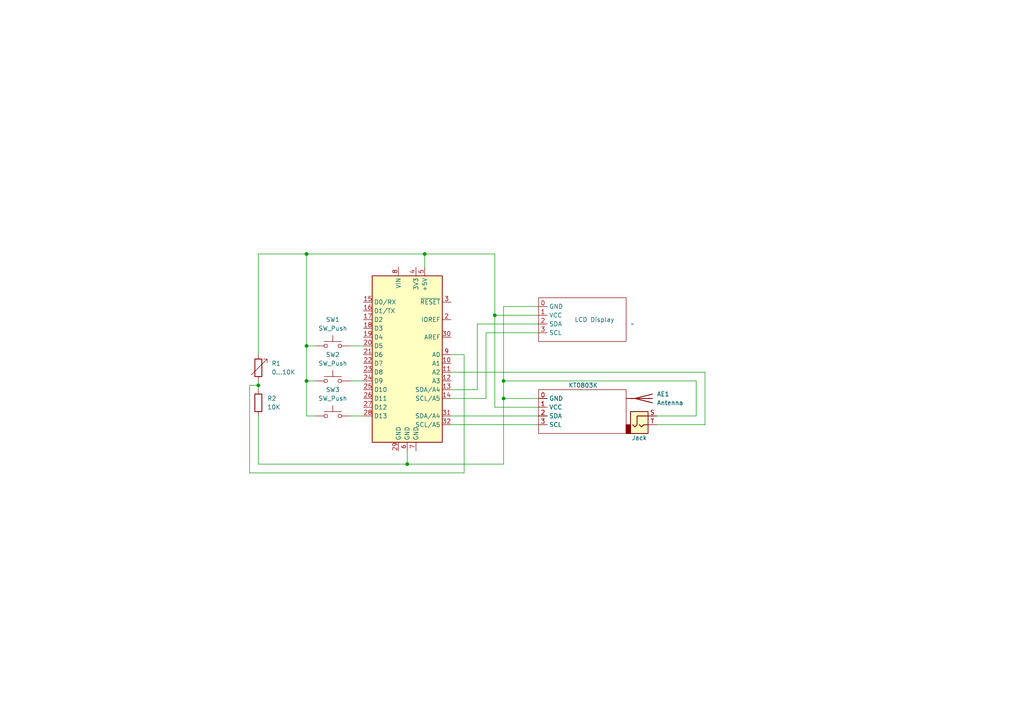
<source format=kicad_sch>
(kicad_sch (version 20250114) (generator "eeschema") (generator_version "9.0")
  (paper "A4")
  (lib_symbols
    (symbol "Connector_Audio:AudioJack2"
      (property "Reference" "J" (at 0 8.89 0))
      (property "Value" "AudioJack2" (at 0 6.35 0))
      (symbol "AudioJack2_0_1"
        (rectangle (start -3.81 0) (end -2.54 -2.54) (stroke (width 0.254)) (fill (type outline)))
        (rectangle (start -2.54 3.81) (end 2.54 -2.54) (stroke (width 0.254)) (fill (type background)))
        (polyline (pts (xy 0 0) (xy 0.635 -0.635) (xy 1.27 0) (xy 2.54 0)) (stroke (width 0.254)))
        (polyline (pts (xy 2.54 2.54) (xy -0.635 2.54) (xy -0.635 0) (xy -1.27 -0.635) (xy -1.905 0)) (stroke (width 0.254)))
      )
      (symbol "AudioJack2_1_1"
        (pin passive line (at 5.08 2.54 180) (length 2.54) (name "~") (number "S"))
        (pin passive line (at 5.08 0 180) (length 2.54) (name "~") (number "T"))
      )
    )
    (symbol "Device:Antenna" (pin_numbers (hide yes)) (pin_names (offset 1.016) (hide yes))
      (property "Reference" "AE" (at -1.905 1.905 0))
      (property "Value" "Antenna" (at -1.905 0 0))
      (symbol "Antenna_0_1"
        (polyline (pts (xy 0 2.54) (xy 0 -3.81)) (stroke (width 0.254)))
        (polyline (pts (xy 1.27 2.54) (xy 0 -2.54) (xy -1.27 2.54)) (stroke (width 0.254)))
      )
      (symbol "Antenna_1_1"
        (pin input line (at 0 -5.08 90) (length 2.54) (name "A") (number "1"))
      )
    )
    (symbol "Device:R" (pin_numbers (hide yes)) (pin_names (offset 0))
      (property "Reference" "R" (at 2.032 0 90))
      (property "Value" "R" (at 0 0 90))
      (symbol "R_0_1"
        (rectangle (start -1.016 -2.54) (end 1.016 2.54) (stroke (width 0.254)))
      )
      (symbol "R_1_1"
        (pin passive line (at 0 3.81 270) (length 1.27) (name "~") (number "1"))
        (pin passive line (at 0 -3.81 90) (length 1.27) (name "~") (number "2"))
      )
    )
    (symbol "Device:R_Variable" (pin_numbers (hide yes)) (pin_names (offset 0))
      (property "Reference" "R" (at 2.54 -2.54 90))
      (property "Value" "R_Variable" (at -2.54 -1.27 90))
      (symbol "R_Variable_0_1"
        (rectangle (start -1.016 -2.54) (end 1.016 2.54) (stroke (width 0.254)))
        (polyline (pts (xy 2.54 1.524) (xy 2.54 2.54) (xy 1.524 2.54) (xy 2.54 2.54) (xy -2.032 -2.032)))
      )
      (symbol "R_Variable_1_1"
        (pin passive line (at 0 3.81 270) (length 1.27) (name "~") (number "1"))
        (pin passive line (at 0 -3.81 90) (length 1.27) (name "~") (number "2"))
      )
    )
    (symbol "MCU_Module:Arduino_UNO_R3"
      (property "Reference" "A" (at -10.16 23.495 0))
      (property "Value" "Arduino_UNO_R3" (at 5.08 -26.67 0))
      (symbol "Arduino_UNO_R3_0_1"
        (rectangle (start -10.16 22.86) (end 10.16 -25.4) (stroke (width 0.254)) (fill (type background)))
      )
      (symbol "Arduino_UNO_R3_1_1"
        (pin bidirectional line (at -12.7 15.24 0) (length 2.54) (name "D0/RX") (number "15"))
        (pin bidirectional line (at -12.7 12.7 0) (length 2.54) (name "D1/TX") (number "16"))
        (pin bidirectional line (at -12.7 10.16 0) (length 2.54) (name "D2") (number "17"))
        (pin bidirectional line (at -12.7 7.62 0) (length 2.54) (name "D3") (number "18"))
        (pin bidirectional line (at -12.7 5.08 0) (length 2.54) (name "D4") (number "19"))
        (pin bidirectional line (at -12.7 2.54 0) (length 2.54) (name "D5") (number "20"))
        (pin bidirectional line (at -12.7 0 0) (length 2.54) (name "D6") (number "21"))
        (pin bidirectional line (at -12.7 -2.54 0) (length 2.54) (name "D7") (number "22"))
        (pin bidirectional line (at -12.7 -5.08 0) (length 2.54) (name "D8") (number "23"))
        (pin bidirectional line (at -12.7 -7.62 0) (length 2.54) (name "D9") (number "24"))
        (pin bidirectional line (at -12.7 -10.16 0) (length 2.54) (name "D10") (number "25"))
        (pin bidirectional line (at -12.7 -12.7 0) (length 2.54) (name "D11") (number "26"))
        (pin bidirectional line (at -12.7 -15.24 0) (length 2.54) (name "D12") (number "27"))
        (pin bidirectional line (at -12.7 -17.78 0) (length 2.54) (name "D13") (number "28"))
        (pin no_connect line (at -10.16 -20.32 0) (length 2.54) (hide yes) (name "NC") (number "1"))
        (pin power_in line (at -2.54 25.4 270) (length 2.54) (name "VIN") (number "8"))
        (pin power_in line (at -2.54 -27.94 90) (length 2.54) (name "GND") (number "29"))
        (pin power_in line (at 0 -27.94 90) (length 2.54) (name "GND") (number "6"))
        (pin power_out line (at 2.54 25.4 270) (length 2.54) (name "3V3") (number "4"))
        (pin power_in line (at 2.54 -27.94 90) (length 2.54) (name "GND") (number "7"))
        (pin power_out line (at 5.08 25.4 270) (length 2.54) (name "+5V") (number "5"))
        (pin input line (at 12.7 15.24 180) (length 2.54) (name "~{RESET}") (number "3"))
        (pin output line (at 12.7 10.16 180) (length 2.54) (name "IOREF") (number "2"))
        (pin input line (at 12.7 5.08 180) (length 2.54) (name "AREF") (number "30"))
        (pin bidirectional line (at 12.7 0 180) (length 2.54) (name "A0") (number "9"))
        (pin bidirectional line (at 12.7 -2.54 180) (length 2.54) (name "A1") (number "10"))
        (pin bidirectional line (at 12.7 -5.08 180) (length 2.54) (name "A2") (number "11"))
        (pin bidirectional line (at 12.7 -7.62 180) (length 2.54) (name "A3") (number "12"))
        (pin bidirectional line (at 12.7 -10.16 180) (length 2.54) (name "SDA/A4") (number "13"))
        (pin bidirectional line (at 12.7 -12.7 180) (length 2.54) (name "SCL/A5") (number "14"))
        (pin bidirectional line (at 12.7 -17.78 180) (length 2.54) (name "SDA/A4") (number "31"))
        (pin bidirectional line (at 12.7 -20.32 180) (length 2.54) (name "SCL/A5") (number "32"))
      )
    )
    (symbol "PCM_Espressif:LCD_I2C"
      (property "Reference" "LCD Display 1602" (at 16.51 6.35 0))
      (symbol "LCD_I2C_0_0"
        (pin unspecified line (at 0 10.16 0) (length 2.54) (name "GND") (number "0"))
        (pin unspecified line (at 0 7.62 0) (length 2.54) (name "VCC") (number "1"))
        (pin unspecified line (at 0 5.08 0) (length 2.54) (name "SDA") (number "2"))
        (pin unspecified line (at 0 2.54 0) (length 2.54) (name "SCL") (number "3"))
      )
      (symbol "LCD_I2C_0_1"
        (rectangle (start 0 0) (end 25.4 12.7))
      )
    )
    (symbol "Switch:SW_Push" (pin_numbers (hide yes)) (pin_names (offset 1.016) (hide yes))
      (property "Reference" "SW" (at 1.27 2.54 0))
      (property "Value" "SW_Push" (at 0 -1.524 0))
      (symbol "SW_Push_0_1"
        (circle (center -2.032 0) (radius 0.508))
        (polyline (pts (xy 0 1.27) (xy 0 3.048)))
        (circle (center 2.032 0) (radius 0.508))
        (polyline (pts (xy 2.54 1.27) (xy -2.54 1.27)))
        (pin passive line (at -5.08 0 0) (length 2.54) (name "1") (number "1"))
        (pin passive line (at 5.08 0 180) (length 2.54) (name "2") (number "2"))
      )
    )
  )
  (junction (at 74.93 111.76))
  (junction (at 146.05 115.57))
  (junction (at 146.05 110.49))
  (junction (at 88.9 110.49))
  (junction (at 143.51 91.44))
  (junction (at 88.9 100.33))
  (junction (at 88.9 73.66))
  (junction (at 123.19 73.66))
  (junction (at 118.11 134.62))
  (wire (pts (xy 72.39 111.76) (xy 72.39 137.16)))
  (wire (pts (xy 143.51 118.11) (xy 156.21 118.11)))
  (wire (pts (xy 74.93 111.76) (xy 74.93 113.03)))
  (wire (pts (xy 74.93 111.76) (xy 72.39 111.76)))
  (wire (pts (xy 88.9 110.49) (xy 91.44 110.49)))
  (wire (pts (xy 156.21 93.98) (xy 138.43 93.98)))
  (wire (pts (xy 146.05 88.9) (xy 156.21 88.9)))
  (wire (pts (xy 134.62 102.87) (xy 130.81 102.87)))
  (wire (pts (xy 88.9 73.66) (xy 88.9 100.33)))
  (wire (pts (xy 74.93 73.66) (xy 74.93 102.87)))
  (wire (pts (xy 190.5 123.19) (xy 204.47 123.19)))
  (wire (pts (xy 140.97 115.57) (xy 130.81 115.57)))
  (wire (pts (xy 146.05 110.49) (xy 146.05 115.57)))
  (wire (pts (xy 190.5 120.65) (xy 201.93 120.65)))
  (wire (pts (xy 88.9 73.66) (xy 123.19 73.66)))
  (wire (pts (xy 143.51 73.66) (xy 143.51 91.44)))
  (wire (pts (xy 88.9 100.33) (xy 88.9 110.49)))
  (wire (pts (xy 101.6 110.49) (xy 105.41 110.49)))
  (wire (pts (xy 146.05 88.9) (xy 146.05 110.49)))
  (wire (pts (xy 204.47 123.19) (xy 204.47 107.95)))
  (wire (pts (xy 130.81 123.19) (xy 156.21 123.19)))
  (wire (pts (xy 118.11 134.62) (xy 146.05 134.62)))
  (wire (pts (xy 156.21 91.44) (xy 143.51 91.44)))
  (wire (pts (xy 123.19 77.47) (xy 123.19 73.66)))
  (wire (pts (xy 201.93 120.65) (xy 201.93 110.49)))
  (wire (pts (xy 146.05 115.57) (xy 146.05 134.62)))
  (wire (pts (xy 88.9 73.66) (xy 74.93 73.66)))
  (wire (pts (xy 130.81 113.03) (xy 138.43 113.03)))
  (wire (pts (xy 101.6 100.33) (xy 105.41 100.33)))
  (wire (pts (xy 74.93 120.65) (xy 74.93 134.62)))
  (wire (pts (xy 146.05 115.57) (xy 156.21 115.57)))
  (wire (pts (xy 91.44 120.65) (xy 88.9 120.65)))
  (wire (pts (xy 72.39 137.16) (xy 134.62 137.16)))
  (wire (pts (xy 156.21 96.52) (xy 140.97 96.52)))
  (wire (pts (xy 101.6 120.65) (xy 105.41 120.65)))
  (wire (pts (xy 74.93 134.62) (xy 118.11 134.62)))
  (wire (pts (xy 74.93 110.49) (xy 74.93 111.76)))
  (wire (pts (xy 123.19 73.66) (xy 143.51 73.66)))
  (wire (pts (xy 130.81 120.65) (xy 156.21 120.65)))
  (wire (pts (xy 118.11 134.62) (xy 118.11 130.81)))
  (wire (pts (xy 138.43 93.98) (xy 138.43 113.03)))
  (wire (pts (xy 146.05 110.49) (xy 201.93 110.49)))
  (wire (pts (xy 134.62 102.87) (xy 134.62 137.16)))
  (wire (pts (xy 143.51 91.44) (xy 143.51 118.11)))
  (wire (pts (xy 88.9 110.49) (xy 88.9 120.65)))
  (wire (pts (xy 88.9 100.33) (xy 91.44 100.33)))
  (wire (pts (xy 130.81 107.95) (xy 204.47 107.95)))
  (wire (pts (xy 140.97 96.52) (xy 140.97 115.57)))
  (symbol (lib_id "PCM_Espressif:LCD_I2C") (at 156.21 125.73 0) (unit 1)
    (property "Reference" "KT0803K" (at 164.846 111.76 0) (effects (justify left)))
    (property "Value" "~" (at 182.88 119.38 0) (effects (justify left)))
  )
  (symbol (lib_id "PCM_Espressif:LCD_I2C") (at 156.21 99.06 0) (unit 1)
    (property "Reference" "LCD Display" (at 166.624 92.71 0) (effects (justify left)))
    (property "Value" "~" (at 182.88 93.98 0) (effects (justify left)))
  )
  (symbol (lib_id "Device:Antenna") (at 186.69 115.57 270) (unit 1)
    (property "Reference" "AE1" (at 190.5 114.2999 90) (effects (justify left)))
    (property "Value" "Antenna" (at 190.5 116.8399 90) (effects (justify left)))
    (property "Description" "Antenna" (effects (hide yes)))
  )
  (symbol (lib_id "Switch:SW_Push") (at 96.52 110.49 0) (unit 1)
    (property "Reference" "SW2" (at 96.52 102.87 0))
    (property "Value" "SW_Push" (at 96.52 105.41 0))
    (property "Description" "Push button switch, generic, two pins" (effects (hide yes)))
  )
  (symbol (lib_id "Switch:SW_Push") (at 96.52 100.33 0) (unit 1)
    (property "Reference" "SW1" (at 96.52 92.71 0))
    (property "Value" "SW_Push" (at 96.52 95.25 0))
    (property "Description" "Push button switch, generic, two pins" (effects (hide yes)))
  )
  (symbol (lib_id "Device:R_Variable") (at 74.93 106.68 0) (unit 1)
    (property "Reference" "R1" (at 78.74 105.4099 0) (effects (justify left)))
    (property "Value" "0...10K" (at 78.74 107.9499 0) (effects (justify left)))
    (property "Description" "Variable resistor" (effects (hide yes)))
  )
  (symbol (lib_id "Device:R") (at 74.93 116.84 0) (unit 1)
    (property "Reference" "R2" (at 77.47 115.5699 0) (effects (justify left)))
    (property "Value" "10K" (at 77.47 118.1099 0) (effects (justify left)))
    (property "Description" "Resistor" (effects (hide yes)))
  )
  (symbol (lib_id "MCU_Module:Arduino_UNO_R3") (at 118.11 102.87 0) (unit 1)
    (property "Reference" "A1" (effects (hide yes)))
    (property "Value" "Arduino_UNO_R3" (effects (hide yes)))
    (property "Footprint" "Module:Arduino_UNO_R3" (effects (hide yes)))
    (property "Datasheet" "https://www.arduino.cc/en/Main/arduinoBoardUno" (effects (hide yes)))
    (property "Description" "Arduino UNO Microcontroller Module, release 3" (effects (hide yes)))
  )
  (symbol (lib_id "Connector_Audio:AudioJack2") (at 185.42 123.19 0) (unit 1)
    (property "Reference" "Jack" (at 185.42 127 0))
    (property "Value" "AudioJack2" (effects (hide yes)))
    (property "Description" "Audio Jack, 2 Poles (Mono / TS)" (effects (hide yes)))
  )
  (symbol (lib_id "Switch:SW_Push") (at 96.52 120.65 0) (unit 1)
    (property "Reference" "SW3" (at 96.52 113.03 0))
    (property "Value" "SW_Push" (at 96.52 115.57 0))
    (property "Description" "Push button switch, generic, two pins" (effects (hide yes)))
  )
)
</source>
